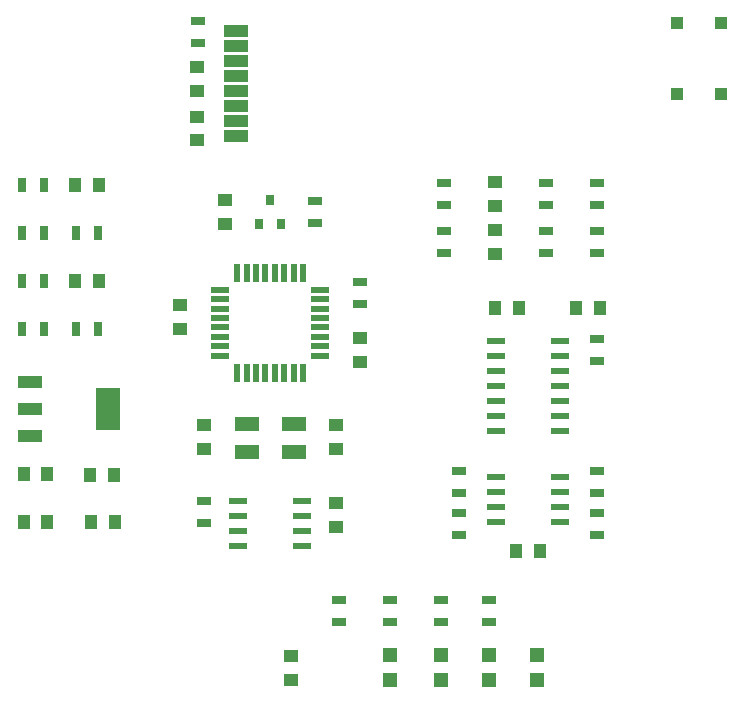
<source format=gtp>
G04 #@! TF.FileFunction,Paste,Top*
%FSLAX46Y46*%
G04 Gerber Fmt 4.6, Leading zero omitted, Abs format (unit mm)*
G04 Created by KiCad (PCBNEW 4.0.5) date Wednesday, 08 March 2017 'PMt' 22:20:01*
%MOMM*%
%LPD*%
G01*
G04 APERTURE LIST*
%ADD10C,0.100000*%
%ADD11R,1.600000X0.550000*%
%ADD12R,0.550000X1.600000*%
%ADD13R,2.000000X1.300000*%
%ADD14R,1.000760X1.000760*%
%ADD15R,2.032000X3.657600*%
%ADD16R,2.032000X1.016000*%
%ADD17R,1.000000X1.250000*%
%ADD18R,1.300000X0.700000*%
%ADD19R,1.250000X1.000000*%
%ADD20R,0.800000X0.900000*%
%ADD21R,1.500000X0.600000*%
%ADD22R,2.000000X1.000000*%
%ADD23R,1.198880X1.198880*%
%ADD24R,0.700000X1.300000*%
%ADD25R,1.550000X0.600000*%
G04 APERTURE END LIST*
D10*
D11*
X189298000Y-66796000D03*
X189298000Y-67596000D03*
X189298000Y-68396000D03*
X189298000Y-69196000D03*
X189298000Y-69996000D03*
X189298000Y-70796000D03*
X189298000Y-71596000D03*
X189298000Y-72396000D03*
D12*
X190748000Y-73846000D03*
X191548000Y-73846000D03*
X192348000Y-73846000D03*
X193148000Y-73846000D03*
X193948000Y-73846000D03*
X194748000Y-73846000D03*
X195548000Y-73846000D03*
X196348000Y-73846000D03*
D11*
X197798000Y-72396000D03*
X197798000Y-71596000D03*
X197798000Y-70796000D03*
X197798000Y-69996000D03*
X197798000Y-69196000D03*
X197798000Y-68396000D03*
X197798000Y-67596000D03*
X197798000Y-66796000D03*
D12*
X196348000Y-65346000D03*
X195548000Y-65346000D03*
X194748000Y-65346000D03*
X193948000Y-65346000D03*
X193148000Y-65346000D03*
X192348000Y-65346000D03*
X191548000Y-65346000D03*
X190748000Y-65346000D03*
D13*
X191548000Y-80575000D03*
X195548000Y-80575000D03*
X195548000Y-78175000D03*
X191548000Y-78175000D03*
D14*
X228020880Y-50243740D03*
X231719120Y-44244260D03*
X231719120Y-50243740D03*
X228020880Y-44244260D03*
D15*
X179832000Y-76898500D03*
D16*
X173228000Y-76898500D03*
X173228000Y-79184500D03*
X173228000Y-74612500D03*
D17*
X219472000Y-68326000D03*
X221472000Y-68326000D03*
X212614000Y-68326000D03*
X214614000Y-68326000D03*
D18*
X209550000Y-85664000D03*
X209550000Y-87564000D03*
X209550000Y-82108000D03*
X209550000Y-84008000D03*
X221234000Y-84008000D03*
X221234000Y-82108000D03*
X221234000Y-87564000D03*
X221234000Y-85664000D03*
D19*
X185928000Y-70088000D03*
X185928000Y-68088000D03*
X201168000Y-72882000D03*
X201168000Y-70882000D03*
X195326000Y-99806000D03*
X195326000Y-97806000D03*
X187960000Y-78248000D03*
X187960000Y-80248000D03*
X199136000Y-78248000D03*
X199136000Y-80248000D03*
X187388000Y-49958500D03*
X187388000Y-47958500D03*
X189738000Y-59198000D03*
X189738000Y-61198000D03*
X212598000Y-59674000D03*
X212598000Y-57674000D03*
X212598000Y-61738000D03*
X212598000Y-63738000D03*
D17*
X178324000Y-82486500D03*
X180324000Y-82486500D03*
X172672000Y-86423500D03*
X174672000Y-86423500D03*
D18*
X201168000Y-68006000D03*
X201168000Y-66106000D03*
X216916000Y-59624000D03*
X216916000Y-57724000D03*
X221234000Y-59624000D03*
X221234000Y-57724000D03*
X216916000Y-61788000D03*
X216916000Y-63688000D03*
X221234000Y-63688000D03*
X221234000Y-61788000D03*
D20*
X192598000Y-61198000D03*
X194498000Y-61198000D03*
X193548000Y-59198000D03*
D21*
X212692000Y-71120000D03*
X212692000Y-72390000D03*
X212692000Y-73660000D03*
X212692000Y-74930000D03*
X212692000Y-76200000D03*
X212692000Y-77470000D03*
X212692000Y-78740000D03*
X218092000Y-78740000D03*
X218092000Y-77470000D03*
X218092000Y-76200000D03*
X218092000Y-74930000D03*
X218092000Y-73660000D03*
X218092000Y-72390000D03*
X218092000Y-71120000D03*
D18*
X221234000Y-70932000D03*
X221234000Y-72832000D03*
D19*
X187388000Y-52149500D03*
X187388000Y-54149500D03*
D17*
X178388000Y-86423500D03*
X180388000Y-86423500D03*
X172672000Y-82423000D03*
X174672000Y-82423000D03*
D18*
X197358000Y-61148000D03*
X197358000Y-59248000D03*
D17*
X216392000Y-88900000D03*
X214392000Y-88900000D03*
D18*
X187452000Y-44008000D03*
X187452000Y-45908000D03*
D22*
X190690000Y-44876000D03*
X190690000Y-46146000D03*
X190690000Y-47416000D03*
X190690000Y-48686000D03*
X190690000Y-49956000D03*
X190690000Y-51226000D03*
X190690000Y-52496000D03*
X190690000Y-53766000D03*
D18*
X199390000Y-93030000D03*
X199390000Y-94930000D03*
X203708000Y-93030000D03*
X203708000Y-94930000D03*
X208026000Y-93030000D03*
X208026000Y-94930000D03*
D23*
X203708000Y-99855020D03*
X203708000Y-97756980D03*
X208026000Y-99855020D03*
X208026000Y-97756980D03*
X212090000Y-99855020D03*
X212090000Y-97756980D03*
X216154000Y-99855020D03*
X216154000Y-97756980D03*
D18*
X212090000Y-93030000D03*
X212090000Y-94930000D03*
D17*
X177054000Y-57912000D03*
X179054000Y-57912000D03*
D24*
X172532000Y-61976000D03*
X174432000Y-61976000D03*
X172532000Y-57912000D03*
X174432000Y-57912000D03*
X179004000Y-61976000D03*
X177104000Y-61976000D03*
D17*
X177054000Y-66040000D03*
X179054000Y-66040000D03*
D24*
X172532000Y-70104000D03*
X174432000Y-70104000D03*
X172532000Y-66040000D03*
X174432000Y-66040000D03*
X179004000Y-70104000D03*
X177104000Y-70104000D03*
D19*
X199136000Y-86852000D03*
X199136000Y-84852000D03*
D18*
X187960000Y-86548000D03*
X187960000Y-84648000D03*
D25*
X190848000Y-84709000D03*
X190848000Y-85979000D03*
X190848000Y-87249000D03*
X190848000Y-88519000D03*
X196248000Y-88519000D03*
X196248000Y-87249000D03*
X196248000Y-85979000D03*
X196248000Y-84709000D03*
D18*
X208280000Y-57724000D03*
X208280000Y-59624000D03*
X208280000Y-63688000D03*
X208280000Y-61788000D03*
D25*
X212692000Y-82677000D03*
X212692000Y-83947000D03*
X212692000Y-85217000D03*
X212692000Y-86487000D03*
X218092000Y-86487000D03*
X218092000Y-85217000D03*
X218092000Y-83947000D03*
X218092000Y-82677000D03*
M02*

</source>
